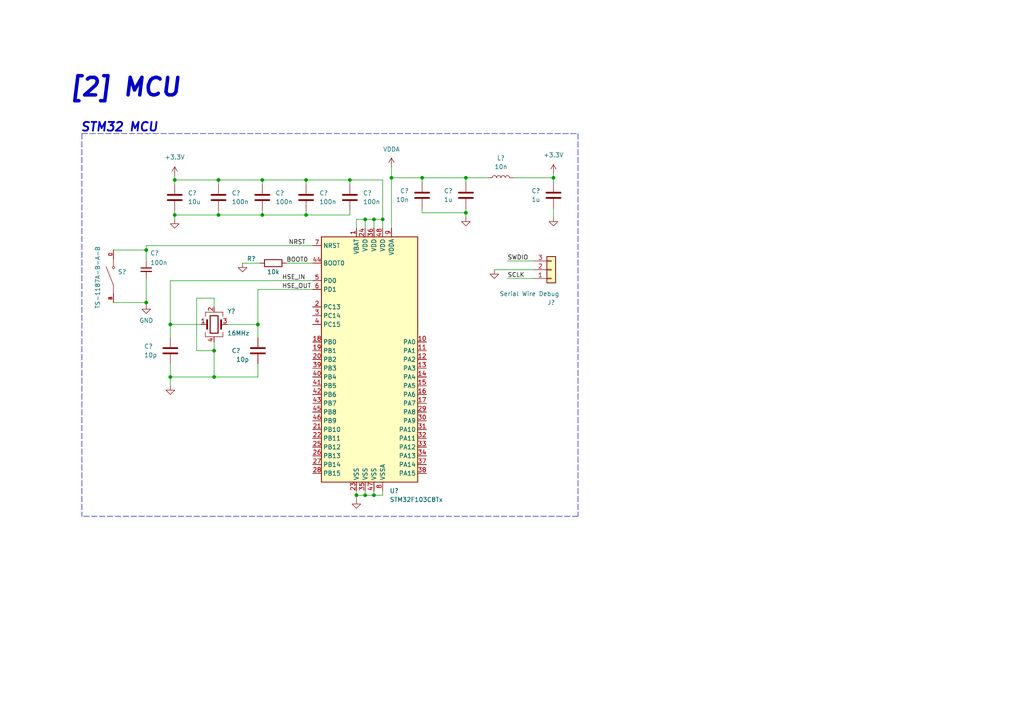
<source format=kicad_sch>
(kicad_sch (version 20211123) (generator eeschema)
  (paper "A4")
  (lib_symbols
    (symbol "Connector_Generic:Conn_01x03" (pin_names (offset 1.016) hide)
      (property "Reference" "J" (at 0 5.08 0))
      (property "Value" "Conn_01x03" (at 0 -5.08 0))
      (symbol "Conn_01x03_1_1"
        (rectangle (start -1.27 -2.413) (end 0 -2.667) (stroke (width 0.1524)))
        (rectangle (start -1.27 0.127) (end 0 -0.127) (stroke (width 0.1524)))
        (rectangle (start -1.27 2.667) (end 0 2.413) (stroke (width 0.1524)))
        (rectangle (start -1.27 3.81) (end 1.27 -3.81) (stroke (width 0.254)) (fill (type background)))
        (pin passive line (at -5.08 2.54 0) (length 3.81) (name "Pin_1") (number "1"))
        (pin passive line (at -5.08 0 0) (length 3.81) (name "Pin_2") (number "2"))
        (pin passive line (at -5.08 -2.54 0) (length 3.81) (name "Pin_3") (number "3"))
      )
    )
    (symbol "Device:C" (pin_numbers hide) (pin_names (offset 0.254))
      (property "Reference" "C" (at 0.635 2.54 0))
      (property "Value" "C" (at 0.635 -2.54 0))
      (symbol "C_0_1"
        (polyline (pts (xy -2.032 -0.762) (xy 2.032 -0.762)) (stroke (width 0.508)))
        (polyline (pts (xy -2.032 0.762) (xy 2.032 0.762)) (stroke (width 0.508)))
      )
      (symbol "C_1_1"
        (pin passive line (at 0 3.81 270) (length 2.794) (name "~") (number "1"))
        (pin passive line (at 0 -3.81 90) (length 2.794) (name "~") (number "2"))
      )
    )
    (symbol "Device:C_Small" (pin_numbers hide) (pin_names (offset 0.254) hide)
      (property "Reference" "C" (at 0.254 1.778 0))
      (property "Value" "C_Small" (at 0.254 -2.032 0))
      (symbol "C_Small_0_1"
        (polyline (pts (xy -1.524 -0.508) (xy 1.524 -0.508)) (stroke (width 0.3302)))
        (polyline (pts (xy -1.524 0.508) (xy 1.524 0.508)) (stroke (width 0.3048)))
      )
      (symbol "C_Small_1_1"
        (pin passive line (at 0 2.54 270) (length 2.032) (name "~") (number "1"))
        (pin passive line (at 0 -2.54 90) (length 2.032) (name "~") (number "2"))
      )
    )
    (symbol "Device:Crystal_GND24" (pin_names (offset 1.016) hide)
      (property "Reference" "Y" (at 3.175 5.08 0))
      (property "Value" "Crystal_GND24" (at 3.175 3.175 0))
      (symbol "Crystal_GND24_0_1"
        (rectangle (start -1.143 2.54) (end 1.143 -2.54) (stroke (width 0.3048)))
        (polyline (pts (xy -2.54 0) (xy -2.032 0)))
        (polyline (pts (xy -2.032 -1.27) (xy -2.032 1.27)) (stroke (width 0.508)))
        (polyline (pts (xy 0 -3.81) (xy 0 -3.556)))
        (polyline (pts (xy 0 3.556) (xy 0 3.81)))
        (polyline (pts (xy 2.032 -1.27) (xy 2.032 1.27)) (stroke (width 0.508)))
        (polyline (pts (xy 2.032 0) (xy 2.54 0)))
        (polyline (pts (xy -2.54 -2.286) (xy -2.54 -3.556) (xy 2.54 -3.556) (xy 2.54 -2.286)))
        (polyline (pts (xy -2.54 2.286) (xy -2.54 3.556) (xy 2.54 3.556) (xy 2.54 2.286)))
      )
      (symbol "Crystal_GND24_1_1"
        (pin passive line (at -3.81 0 0) (length 1.27) (name "1") (number "1"))
        (pin passive line (at 0 5.08 270) (length 1.27) (name "2") (number "2"))
        (pin passive line (at 3.81 0 180) (length 1.27) (name "3") (number "3"))
        (pin passive line (at 0 -5.08 90) (length 1.27) (name "4") (number "4"))
      )
    )
    (symbol "Device:L" (pin_numbers hide) (pin_names (offset 1.016) hide)
      (property "Reference" "L" (at -1.27 0 90))
      (property "Value" "L" (at 1.905 0 90))
      (symbol "L_0_1"
        (arc (start 0 -2.54) (mid 0.635 -1.905) (end 0 -1.27))
        (arc (start 0 -1.27) (mid 0.635 -0.635) (end 0 0))
        (arc (start 0 0) (mid 0.635 0.635) (end 0 1.27))
        (arc (start 0 1.27) (mid 0.635 1.905) (end 0 2.54))
      )
      (symbol "L_1_1"
        (pin passive line (at 0 3.81 270) (length 1.27) (name "1") (number "1"))
        (pin passive line (at 0 -3.81 90) (length 1.27) (name "2") (number "2"))
      )
    )
    (symbol "Device:R" (pin_numbers hide) (pin_names (offset 0))
      (property "Reference" "R" (at 2.032 0 90))
      (property "Value" "R" (at 0 0 90))
      (symbol "R_0_1"
        (rectangle (start -1.016 -2.54) (end 1.016 2.54) (stroke (width 0.254)))
      )
      (symbol "R_1_1"
        (pin passive line (at 0 3.81 270) (length 1.27) (name "~") (number "1"))
        (pin passive line (at 0 -3.81 90) (length 1.27) (name "~") (number "2"))
      )
    )
    (symbol "MCU_ST_STM32F1:STM32F103C8Tx"
      (property "Reference" "U" (at -15.24 36.83 0))
      (property "Value" "STM32F103C8Tx" (at 7.62 36.83 0))
      (symbol "STM32F103C8Tx_0_1"
        (rectangle (start -15.24 -35.56) (end 12.7 35.56) (stroke (width 0.254)) (fill (type background)))
      )
      (symbol "STM32F103C8Tx_1_1"
        (pin power_in line (at -5.08 38.1 270) (length 2.54) (name "VBAT") (number "1"))
        (pin bidirectional line (at 15.24 5.08 180) (length 2.54) (name "PA0") (number "10"))
        (pin bidirectional line (at 15.24 2.54 180) (length 2.54) (name "PA1") (number "11"))
        (pin bidirectional line (at 15.24 0 180) (length 2.54) (name "PA2") (number "12"))
        (pin bidirectional line (at 15.24 -2.54 180) (length 2.54) (name "PA3") (number "13"))
        (pin bidirectional line (at 15.24 -5.08 180) (length 2.54) (name "PA4") (number "14"))
        (pin bidirectional line (at 15.24 -7.62 180) (length 2.54) (name "PA5") (number "15"))
        (pin bidirectional line (at 15.24 -10.16 180) (length 2.54) (name "PA6") (number "16"))
        (pin bidirectional line (at 15.24 -12.7 180) (length 2.54) (name "PA7") (number "17"))
        (pin bidirectional line (at -17.78 5.08 0) (length 2.54) (name "PB0") (number "18"))
        (pin bidirectional line (at -17.78 2.54 0) (length 2.54) (name "PB1") (number "19"))
        (pin bidirectional line (at -17.78 15.24 0) (length 2.54) (name "PC13") (number "2"))
        (pin bidirectional line (at -17.78 0 0) (length 2.54) (name "PB2") (number "20"))
        (pin bidirectional line (at -17.78 -20.32 0) (length 2.54) (name "PB10") (number "21"))
        (pin bidirectional line (at -17.78 -22.86 0) (length 2.54) (name "PB11") (number "22"))
        (pin power_in line (at -5.08 -38.1 90) (length 2.54) (name "VSS") (number "23"))
        (pin power_in line (at -2.54 38.1 270) (length 2.54) (name "VDD") (number "24"))
        (pin bidirectional line (at -17.78 -25.4 0) (length 2.54) (name "PB12") (number "25"))
        (pin bidirectional line (at -17.78 -27.94 0) (length 2.54) (name "PB13") (number "26"))
        (pin bidirectional line (at -17.78 -30.48 0) (length 2.54) (name "PB14") (number "27"))
        (pin bidirectional line (at -17.78 -33.02 0) (length 2.54) (name "PB15") (number "28"))
        (pin bidirectional line (at 15.24 -15.24 180) (length 2.54) (name "PA8") (number "29"))
        (pin bidirectional line (at -17.78 12.7 0) (length 2.54) (name "PC14") (number "3"))
        (pin bidirectional line (at 15.24 -17.78 180) (length 2.54) (name "PA9") (number "30"))
        (pin bidirectional line (at 15.24 -20.32 180) (length 2.54) (name "PA10") (number "31"))
        (pin bidirectional line (at 15.24 -22.86 180) (length 2.54) (name "PA11") (number "32"))
        (pin bidirectional line (at 15.24 -25.4 180) (length 2.54) (name "PA12") (number "33"))
        (pin bidirectional line (at 15.24 -27.94 180) (length 2.54) (name "PA13") (number "34"))
        (pin power_in line (at -2.54 -38.1 90) (length 2.54) (name "VSS") (number "35"))
        (pin power_in line (at 0 38.1 270) (length 2.54) (name "VDD") (number "36"))
        (pin bidirectional line (at 15.24 -30.48 180) (length 2.54) (name "PA14") (number "37"))
        (pin bidirectional line (at 15.24 -33.02 180) (length 2.54) (name "PA15") (number "38"))
        (pin bidirectional line (at -17.78 -2.54 0) (length 2.54) (name "PB3") (number "39"))
        (pin bidirectional line (at -17.78 10.16 0) (length 2.54) (name "PC15") (number "4"))
        (pin bidirectional line (at -17.78 -5.08 0) (length 2.54) (name "PB4") (number "40"))
        (pin bidirectional line (at -17.78 -7.62 0) (length 2.54) (name "PB5") (number "41"))
        (pin bidirectional line (at -17.78 -10.16 0) (length 2.54) (name "PB6") (number "42"))
        (pin bidirectional line (at -17.78 -12.7 0) (length 2.54) (name "PB7") (number "43"))
        (pin input line (at -17.78 27.94 0) (length 2.54) (name "BOOT0") (number "44"))
        (pin bidirectional line (at -17.78 -15.24 0) (length 2.54) (name "PB8") (number "45"))
        (pin bidirectional line (at -17.78 -17.78 0) (length 2.54) (name "PB9") (number "46"))
        (pin power_in line (at 0 -38.1 90) (length 2.54) (name "VSS") (number "47"))
        (pin power_in line (at 2.54 38.1 270) (length 2.54) (name "VDD") (number "48"))
        (pin input line (at -17.78 22.86 0) (length 2.54) (name "PD0") (number "5"))
        (pin input line (at -17.78 20.32 0) (length 2.54) (name "PD1") (number "6"))
        (pin input line (at -17.78 33.02 0) (length 2.54) (name "NRST") (number "7"))
        (pin power_in line (at 2.54 -38.1 90) (length 2.54) (name "VSSA") (number "8"))
        (pin power_in line (at 5.08 38.1 270) (length 2.54) (name "VDDA") (number "9"))
      )
    )
    (symbol "SWITCH_SMD:TS-1187A-B-A-B" (pin_names (offset 1.016))
      (property "Reference" "S" (at -2.54 2.54 0))
      (property "Value" "TS-1187A-B-A-B" (at -2.54 -2.54 0))
      (symbol "TS-1187A-B-A-B_0_0"
        (polyline (pts (xy -2.54 0) (xy -5.08 0)) (stroke (width 0.1524)))
        (polyline (pts (xy -2.54 0) (xy 2.794 2.1336)) (stroke (width 0.1524)))
        (polyline (pts (xy 5.08 0) (xy 2.921 0)) (stroke (width 0.1524)))
        (circle (center 2.54 0) (radius 0.3302) (stroke (width 0.1524)))
        (pin passive line (at -7.62 0 0) (length 2.54) (name "~") (number "A"))
        (pin passive line (at -7.62 0 0) (length 2.54) (name "~") (number "B"))
        (pin passive line (at 7.62 0 180) (length 2.54) (name "~") (number "C"))
        (pin passive line (at 7.62 0 180) (length 2.54) (name "~") (number "D"))
      )
    )
    (symbol "power:+3.3V" (power) (pin_names (offset 0))
      (property "Value" "+3.3V" (at 0 3.556 0))
      (symbol "+3.3V_0_1"
        (polyline (pts (xy -0.762 1.27) (xy 0 2.54)))
        (polyline (pts (xy 0 0) (xy 0 2.54)))
        (polyline (pts (xy 0 2.54) (xy 0.762 1.27)))
      )
      (symbol "+3.3V_1_1"
        (pin power_in line (at 0 0 90) (length 0) hide (name "+3.3V") (number "1"))
      )
    )
    (symbol "power:GND" (power) (pin_names (offset 0))
      (property "Value" "GND" (at 0 -3.81 0))
      (symbol "GND_0_1"
        (polyline (pts (xy 0 0) (xy 0 -1.27) (xy 1.27 -1.27) (xy 0 -2.54) (xy -1.27 -1.27) (xy 0 -1.27)))
      )
      (symbol "GND_1_1"
        (pin power_in line (at 0 0 270) (length 0) hide (name "GND") (number "1"))
      )
    )
    (symbol "power:VDDA" (power) (pin_names (offset 0))
      (property "Value" "VDDA" (at 0 3.81 0))
      (symbol "VDDA_0_1"
        (polyline (pts (xy -0.762 1.27) (xy 0 2.54)))
        (polyline (pts (xy 0 0) (xy 0 2.54)))
        (polyline (pts (xy 0 2.54) (xy 0.762 1.27)))
      )
      (symbol "VDDA_1_1"
        (pin power_in line (at 0 0 90) (length 0) hide (name "VDDA") (number "1"))
      )
    )
  )
  (junction (at 62.103 109.347))
  (junction (at 76.073 62.357))
  (junction (at 110.998 63.627))
  (junction (at 160.528 51.562))
  (junction (at 108.458 63.627))
  (junction (at 135.128 61.722))
  (junction (at 42.418 87.757))
  (junction (at 42.418 72.517))
  (junction (at 76.073 52.197))
  (junction (at 88.773 62.357))
  (junction (at 62.103 101.727))
  (junction (at 105.918 63.627))
  (junction (at 113.538 51.562))
  (junction (at 74.803 94.107))
  (junction (at 105.918 143.637))
  (junction (at 135.128 51.562))
  (junction (at 63.373 52.197))
  (junction (at 88.773 52.197))
  (junction (at 101.473 52.197))
  (junction (at 103.378 143.637))
  (junction (at 108.458 143.637))
  (junction (at 50.673 62.357))
  (junction (at 49.403 94.107))
  (junction (at 63.373 62.357))
  (junction (at 49.403 109.347))
  (junction (at 50.673 52.197))
  (junction (at 122.428 51.562))
  (wire (pts (xy 147.193 80.772) (xy 154.813 80.772)))
  (wire (pts (xy 103.378 66.167) (xy 103.378 63.627)))
  (wire (pts (xy 63.373 53.467) (xy 63.373 52.197)))
  (wire (pts (xy 113.538 66.167) (xy 113.538 51.562)))
  (wire (pts (xy 62.103 89.027) (xy 62.103 86.487)))
  (wire (pts (xy 108.458 143.637) (xy 105.918 143.637)))
  (wire (pts (xy 110.998 52.197) (xy 110.998 63.627)))
  (wire (pts (xy 57.023 86.487) (xy 57.023 101.727)))
  (wire (pts (xy 147.193 75.692) (xy 154.813 75.692)))
  (wire (pts (xy 49.403 94.107) (xy 58.293 94.107)))
  (wire (pts (xy 70.358 76.327) (xy 75.438 76.327)))
  (wire (pts (xy 74.803 97.917) (xy 74.803 94.107)))
  (wire (pts (xy 74.803 94.107) (xy 65.913 94.107)))
  (wire (pts (xy 76.073 62.357) (xy 88.773 62.357)))
  (wire (pts (xy 42.418 71.247) (xy 42.418 72.517)))
  (wire (pts (xy 110.998 143.637) (xy 108.458 143.637)))
  (wire (pts (xy 63.373 62.357) (xy 76.073 62.357)))
  (wire (pts (xy 32.893 87.757) (xy 42.418 87.757)))
  (wire (pts (xy 42.418 72.517) (xy 42.418 75.692)))
  (wire (pts (xy 49.403 111.887) (xy 49.403 109.347)))
  (wire (pts (xy 62.103 86.487) (xy 57.023 86.487)))
  (wire (pts (xy 63.373 61.087) (xy 63.373 62.357)))
  (wire (pts (xy 105.918 63.627) (xy 108.458 63.627)))
  (wire (pts (xy 105.918 142.367) (xy 105.918 143.637)))
  (wire (pts (xy 122.428 52.832) (xy 122.428 51.562)))
  (wire (pts (xy 110.998 63.627) (xy 110.998 66.167)))
  (wire (pts (xy 101.473 53.467) (xy 101.473 52.197)))
  (wire (pts (xy 103.378 143.637) (xy 105.918 143.637)))
  (wire (pts (xy 135.128 61.722) (xy 122.428 61.722)))
  (wire (pts (xy 49.403 97.917) (xy 49.403 94.107)))
  (wire (pts (xy 110.998 142.367) (xy 110.998 143.637)))
  (wire (pts (xy 88.773 52.197) (xy 76.073 52.197)))
  (wire (pts (xy 88.773 62.357) (xy 101.473 62.357)))
  (wire (pts (xy 32.893 72.517) (xy 42.418 72.517)))
  (wire (pts (xy 160.528 50.292) (xy 160.528 51.562)))
  (wire (pts (xy 122.428 51.562) (xy 135.128 51.562)))
  (wire (pts (xy 113.538 48.387) (xy 113.538 51.562)))
  (wire (pts (xy 76.073 61.087) (xy 76.073 62.357)))
  (wire (pts (xy 122.428 61.722) (xy 122.428 60.452)))
  (wire (pts (xy 49.403 81.407) (xy 90.678 81.407)))
  (polyline (pts (xy 167.64 38.735) (xy 167.64 149.733)))
  (polyline (pts (xy 167.64 149.733) (xy 23.749 149.733)))
  (wire (pts (xy 50.673 52.197) (xy 50.673 53.467)))
  (wire (pts (xy 50.673 52.197) (xy 50.673 50.927)))
  (wire (pts (xy 108.458 142.367) (xy 108.458 143.637)))
  (wire (pts (xy 42.418 87.757) (xy 42.418 88.392)))
  (polyline (pts (xy 23.749 38.735) (xy 23.749 149.733)))
  (wire (pts (xy 135.128 62.992) (xy 135.128 61.722)))
  (wire (pts (xy 50.673 62.357) (xy 50.673 61.087)))
  (wire (pts (xy 74.803 83.947) (xy 90.678 83.947)))
  (polyline (pts (xy 23.749 38.735) (xy 167.64 38.735)))
  (wire (pts (xy 103.378 63.627) (xy 105.918 63.627)))
  (wire (pts (xy 101.473 62.357) (xy 101.473 61.087)))
  (wire (pts (xy 108.458 66.167) (xy 108.458 63.627)))
  (wire (pts (xy 62.103 109.347) (xy 74.803 109.347)))
  (wire (pts (xy 49.403 109.347) (xy 49.403 105.537)))
  (wire (pts (xy 88.773 53.467) (xy 88.773 52.197)))
  (wire (pts (xy 88.773 61.087) (xy 88.773 62.357)))
  (wire (pts (xy 141.478 51.562) (xy 135.128 51.562)))
  (wire (pts (xy 149.098 51.562) (xy 160.528 51.562)))
  (wire (pts (xy 74.803 83.947) (xy 74.803 94.107)))
  (wire (pts (xy 135.128 60.452) (xy 135.128 61.722)))
  (wire (pts (xy 83.058 76.327) (xy 90.678 76.327)))
  (wire (pts (xy 160.528 60.452) (xy 160.528 62.992)))
  (wire (pts (xy 49.403 81.407) (xy 49.403 94.107)))
  (wire (pts (xy 103.378 143.637) (xy 103.378 144.907)))
  (wire (pts (xy 74.803 109.347) (xy 74.803 105.537)))
  (wire (pts (xy 105.918 66.167) (xy 105.918 63.627)))
  (wire (pts (xy 160.528 51.562) (xy 160.528 52.832)))
  (wire (pts (xy 42.418 80.772) (xy 42.418 87.757)))
  (wire (pts (xy 103.378 142.367) (xy 103.378 143.637)))
  (wire (pts (xy 113.538 51.562) (xy 122.428 51.562)))
  (wire (pts (xy 50.673 62.357) (xy 63.373 62.357)))
  (wire (pts (xy 101.473 52.197) (xy 110.998 52.197)))
  (wire (pts (xy 50.673 63.627) (xy 50.673 62.357)))
  (wire (pts (xy 76.073 53.467) (xy 76.073 52.197)))
  (wire (pts (xy 108.458 63.627) (xy 110.998 63.627)))
  (wire (pts (xy 135.128 52.832) (xy 135.128 51.562)))
  (wire (pts (xy 63.373 52.197) (xy 50.673 52.197)))
  (wire (pts (xy 57.023 101.727) (xy 62.103 101.727)))
  (wire (pts (xy 76.073 52.197) (xy 63.373 52.197)))
  (wire (pts (xy 62.103 101.727) (xy 62.103 109.347)))
  (wire (pts (xy 88.773 52.197) (xy 101.473 52.197)))
  (wire (pts (xy 49.403 109.347) (xy 62.103 109.347)))
  (wire (pts (xy 143.383 78.232) (xy 154.813 78.232)))
  (wire (pts (xy 62.103 99.187) (xy 62.103 101.727)))
  (wire (pts (xy 42.418 71.247) (xy 90.678 71.247)))
  (text "STM32 MCU\n" (at 23.241 38.481 0) (effects (font (size 2.54 2.54) (thickness 0.508) bold italic) (justify left bottom)))
  (text "[2] MCU" (at 19.812 28.448 0) (effects (font (size 5.08 5.08) bold italic) (justify left bottom)))
  (label "HSE_OUT" (at 81.788 83.947 0))
  (label "SCLK" (at 147.193 80.772 0))
  (label "NRST" (at 83.693 71.247 0))
  (label "BOOT0" (at 83.058 76.327 0))
  (label "SWDIO" (at 147.193 75.692 0))
  (label "HSE_IN" (at 81.788 81.407 0))
  (symbol (lib_id "power:+3.3V") (at 160.528 50.292 0) (unit 1)
    (property "Reference" "#PWR?" (effects hide))
    (property "Value" "+3.3V" (at 160.528 44.958 0))
  )
  (symbol (lib_id "Device:C") (at 88.773 57.277 0) (unit 1)
    (property "Reference" "C?" (at 92.583 56.007 0) (effects (justify left)))
    (property "Value" "100n" (at 92.583 58.547 0) (effects (justify left)))
    (property "Footprint" "Capacitor_SMD:C_0402_1005Metric" (effects hide))
    (property "LCSC" "C1525" (effects hide))
  )
  (symbol (lib_id "Device:C") (at 135.128 56.642 0) (mirror y) (unit 1)
    (property "Reference" "C?" (at 131.318 55.372 0) (effects (justify left)))
    (property "Value" "1u" (at 131.318 57.912 0) (effects (justify left)))
    (property "Footprint" "Capacitor_SMD:C_0603_1608Metric" (effects hide))
    (property "LCSC" "C15849" (effects hide))
  )
  (symbol (lib_id "power:GND") (at 50.673 63.627 0) (unit 1)
    (property "Reference" "#PWR?" (effects hide))
    (property "Value" "GND" (effects hide))
  )
  (symbol (lib_id "Device:C") (at 122.428 56.642 0) (mirror y) (unit 1)
    (property "Reference" "C?" (at 118.618 55.372 0) (effects (justify left)))
    (property "Value" "10n" (at 118.618 57.912 0) (effects (justify left)))
    (property "Footprint" "Capacitor_SMD:C_0402_1005Metric" (effects hide))
    (property "LCSC" "C15195" (effects hide))
  )
  (symbol (lib_id "power:GND") (at 160.528 62.992 0) (mirror y) (unit 1)
    (property "Reference" "#PWR?" (effects hide))
    (property "Value" "GND" (effects hide))
  )
  (symbol (lib_id "Device:C") (at 76.073 57.277 0) (unit 1)
    (property "Reference" "C?" (at 79.883 56.007 0) (effects (justify left)))
    (property "Value" "100n" (at 79.883 58.547 0) (effects (justify left)))
    (property "Footprint" "Capacitor_SMD:C_0402_1005Metric" (effects hide))
    (property "LCSC" "C1525" (effects hide))
  )
  (symbol (lib_id "power:GND") (at 49.403 111.887 0) (unit 1)
    (property "Reference" "#PWR?" (effects hide))
    (property "Value" "GND" (effects hide))
  )
  (symbol (lib_id "Device:L") (at 145.288 51.562 90) (unit 1)
    (property "Reference" "L?" (at 145.288 45.847 90))
    (property "Value" "10n" (at 145.288 48.387 90))
    (property "Footprint" "Inductor_SMD:L_0603_1608Metric" (effects hide))
    (property "LCSC" "C913709" (effects hide))
  )
  (symbol (lib_id "power:GND") (at 42.418 88.392 0) (unit 1)
    (property "Reference" "#PWR?" (effects hide))
    (property "Value" "GND" (at 42.418 92.9545 0))
  )
  (symbol (lib_id "power:+3.3V") (at 50.673 50.927 0) (unit 1)
    (property "Reference" "#PWR?" (effects hide))
    (property "Value" "+3.3V" (at 50.673 45.593 0))
  )
  (symbol (lib_id "Device:C") (at 63.373 57.277 0) (unit 1)
    (property "Reference" "C?" (at 67.183 56.007 0) (effects (justify left)))
    (property "Value" "100n" (at 67.183 58.547 0) (effects (justify left)))
    (property "Footprint" "Capacitor_SMD:C_0402_1005Metric" (effects hide))
    (property "LCSC" "C1525" (effects hide))
  )
  (symbol (lib_id "Device:C") (at 50.673 57.277 0) (unit 1)
    (property "Reference" "C?" (at 54.483 56.007 0) (effects (justify left)))
    (property "Value" "10u" (at 54.483 58.547 0) (effects (justify left)))
    (property "Footprint" "Capacitor_SMD:C_0603_1608Metric" (effects hide))
    (property "LCSC" "C19702" (effects hide))
  )
  (symbol (lib_id "Device:Crystal_GND24") (at 62.103 94.107 0) (unit 1)
    (property "Reference" "Y?" (at 65.913 90.297 0) (effects (justify left)))
    (property "Value" "16MHz" (at 65.913 96.647 0) (effects (justify left)))
    (property "Footprint" "Crystal:Crystal_SMD_3225-4Pin_3.2x2.5mm" (effects hide))
    (property "LCSC" "C13738" (effects hide))
  )
  (symbol (lib_id "SWITCH_SMD:TS-1187A-B-A-B") (at 32.893 80.137 90) (unit 1)
    (property "Reference" "S?" (at 34.163 78.8669 90) (effects (justify right)))
    (property "Value" "TS-1187A-B-A-B" (at 28.321 71.374 0) (effects (justify right)))
    (property "Footprint" "Jose_:SWITCH_SMD" (effects hide))
    (property "LCSC" "C318884" (effects hide))
  )
  (symbol (lib_id "MCU_ST_STM32F1:STM32F103C8Tx") (at 108.458 104.267 0) (unit 1)
    (property "Reference" "U?" (at 113.0174 142.367 0) (effects (justify left)))
    (property "Value" "STM32F103C8Tx" (at 113.0174 144.907 0) (effects (justify left)))
    (property "Footprint" "Package_QFP:LQFP-48_7x7mm_P0.5mm" (effects hide))
    (property "Datasheet" "http://www.st.com/st-web-ui/static/active/en/resource/technical/document/datasheet/CD00161566.pdf" (effects hide))
    (property "LCSC" "C8734" (effects hide))
  )
  (symbol (lib_id "Device:R") (at 79.248 76.327 270) (unit 1)
    (property "Reference" "R?" (at 72.898 75.057 90))
    (property "Value" "10k" (at 79.248 78.867 90))
    (property "Footprint" "Resistor_SMD:R_0402_1005Metric" (effects hide))
    (property "LCSC" "C25744" (effects hide))
  )
  (symbol (lib_id "Device:C_Small") (at 42.418 78.232 0) (unit 1)
    (property "Reference" "C?" (at 43.561 73.406 0) (effects (justify left)))
    (property "Value" "100n" (at 43.561 76.1811 0) (effects (justify left)))
    (property "Footprint" "Capacitor_SMD:C_0402_1005Metric" (effects hide))
    (property "LCSC" "C24497" (effects hide))
    (property "LCSC" "C1525" (effects hide))
  )
  (symbol (lib_id "power:GND") (at 103.378 144.907 0) (mirror y) (unit 1)
    (property "Reference" "#PWR?" (effects hide))
    (property "Value" "GND" (effects hide))
  )
  (symbol (lib_id "power:GND") (at 135.128 62.992 0) (mirror y) (unit 1)
    (property "Reference" "#PWR?" (effects hide))
    (property "Value" "GND" (effects hide))
  )
  (symbol (lib_id "power:GND") (at 70.358 76.327 0) (unit 1)
    (property "Reference" "#PWR?" (effects hide))
    (property "Value" "GND" (effects hide))
  )
  (symbol (lib_id "Device:C") (at 74.803 101.727 0) (unit 1)
    (property "Reference" "C?" (at 67.183 101.727 0) (effects (justify left)))
    (property "Value" "10p" (at 68.453 104.267 0) (effects (justify left)))
    (property "Footprint" "Capacitor_SMD:C_0402_1005Metric" (effects hide))
    (property "LCSC" "C32949" (effects hide))
  )
  (symbol (lib_id "Device:C") (at 160.528 56.642 0) (mirror y) (unit 1)
    (property "Reference" "C?" (at 156.718 55.372 0) (effects (justify left)))
    (property "Value" "1u" (at 156.718 57.912 0) (effects (justify left)))
    (property "Footprint" "Capacitor_SMD:C_0603_1608Metric" (effects hide))
    (property "LCSC" "C15849" (effects hide))
  )
  (symbol (lib_id "power:GND") (at 143.383 78.232 0) (mirror y) (unit 1)
    (property "Reference" "#PWR?" (effects hide))
    (property "Value" "GND" (effects hide))
  )
  (symbol (lib_id "Connector_Generic:Conn_01x03") (at 159.893 78.232 0) (mirror x) (unit 1)
    (property "Reference" "J?" (at 159.893 87.757 0))
    (property "Value" "Serial Wire Debug" (at 153.543 85.217 0))
    (property "Footprint" "Connector_PinSocket_2.54mm:PinSocket_1x03_P2.54mm_Vertical" (effects hide))
  )
  (symbol (lib_id "Device:C") (at 49.403 101.727 0) (unit 1)
    (property "Reference" "C?" (at 41.783 100.457 0) (effects (justify left)))
    (property "Value" "10p" (at 41.783 102.997 0) (effects (justify left)))
    (property "Footprint" "Capacitor_SMD:C_0402_1005Metric" (effects hide))
    (property "LCSC" "C32949" (effects hide))
  )
  (symbol (lib_id "power:VDDA") (at 113.538 48.387 0) (unit 1)
    (property "Reference" "#PWR?" (effects hide))
    (property "Value" "VDDA" (at 113.538 43.307 0))
  )
  (symbol (lib_id "Device:C") (at 101.473 57.277 0) (unit 1)
    (property "Reference" "C?" (at 105.283 56.007 0) (effects (justify left)))
    (property "Value" "100n" (at 105.283 58.547 0) (effects (justify left)))
    (property "Footprint" "Capacitor_SMD:C_0402_1005Metric" (effects hide))
    (property "LCSC" "C1525" (effects hide))
  )
)
</source>
